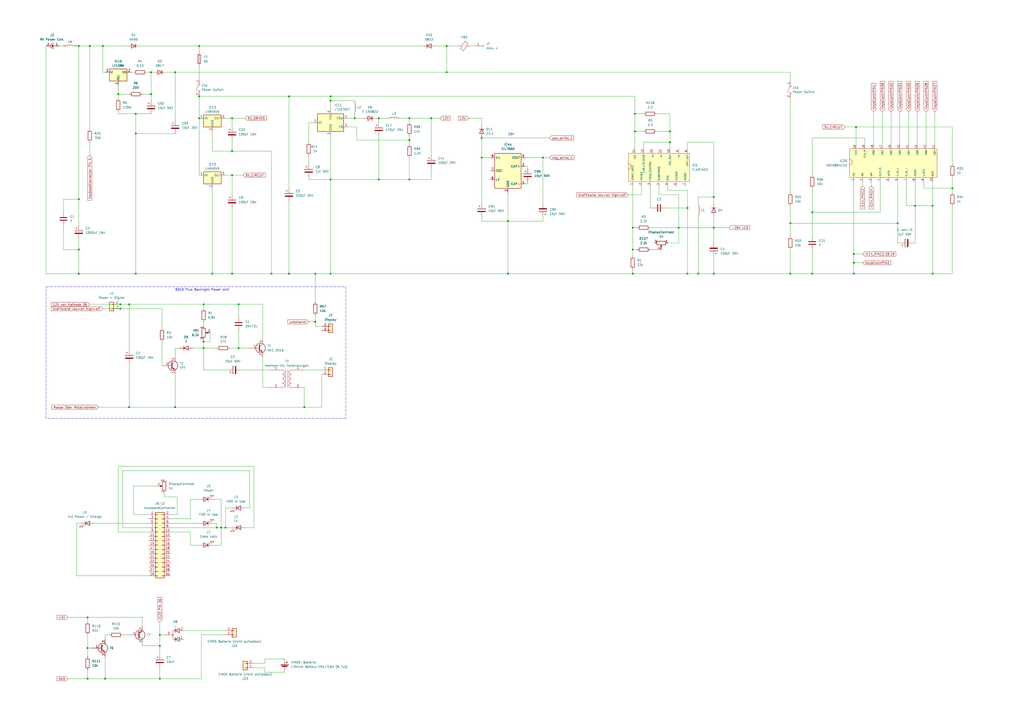
<source format=kicad_sch>
(kicad_sch (version 20250114) (generator "eeschema") (generator_version "9.0")
  (paper "A2")
  (lib_symbols
    (symbol "Connector:Conn_01x01_Female" (pin_names (offset 1.016) (hide yes))
      (property "Reference" "J" (at 0 2.54 0))
      (property "Value" "Conn_01x01_Female" (at 0 -2.54 0))
      (symbol "Conn_01x01_Female_1_1"
        (pin passive line (at -5.08 0 0) (length 3.81) (name "Pin_1") (number "1"))
      )
    )
    (symbol "Connector:Conn_Coaxial_Power" (pin_names (offset 1.016) (hide yes))
      (property "Reference" "J" (at -5.08 -1.27 90))
      (property "Value" "Conn_Coaxial_Power" (at -3.175 -1.27 90))
      (symbol "Conn_Coaxial_Power_1_1"
        (pin passive line (at 0 2.54 270) (length 2.54) (name "In") (number "1"))
        (pin passive line (at 0 -5.08 90) (length 2.54) (name "Ext") (number "2"))
      )
    )
    (symbol "Connector_Generic:Conn_01x02" (pin_names (offset 1.016) (hide yes))
      (property "Reference" "J" (at 0 2.54 0))
      (property "Value" "Conn_01x02" (at 0 -5.08 0))
      (symbol "Conn_01x02_1_1"
        (pin passive line (at -5.08 0 0) (length 3.81) (name "Pin_1") (number "1"))
        (pin passive line (at -5.08 -2.54 0) (length 3.81) (name "Pin_2") (number "2"))
      )
    )
    (symbol "Connector_Generic:Conn_02x15_Odd_Even" (pin_names (offset 1.016) (hide yes))
      (property "Reference" "J" (at 1.27 20.32 0))
      (property "Value" "Conn_02x15_Odd_Even" (at 1.27 -20.32 0))
      (symbol "Conn_02x15_Odd_Even_1_1"
        (pin passive line (at -5.08 17.78 0) (length 3.81) (name "Pin_1") (number "1"))
        (pin passive line (at -5.08 15.24 0) (length 3.81) (name "Pin_3") (number "3"))
        (pin passive line (at -5.08 12.7 0) (length 3.81) (name "Pin_5") (number "5"))
        (pin passive line (at -5.08 10.16 0) (length 3.81) (name "Pin_7") (number "7"))
        (pin passive line (at -5.08 7.62 0) (length 3.81) (name "Pin_9") (number "9"))
        (pin passive line (at -5.08 5.08 0) (length 3.81) (name "Pin_11") (number "11"))
        (pin passive line (at -5.08 2.54 0) (length 3.81) (name "Pin_13") (number "13"))
        (pin passive line (at -5.08 0 0) (length 3.81) (name "Pin_15") (number "15"))
        (pin passive line (at -5.08 -2.54 0) (length 3.81) (name "Pin_17") (number "17"))
        (pin passive line (at -5.08 -5.08 0) (length 3.81) (name "Pin_19") (number "19"))
        (pin passive line (at -5.08 -7.62 0) (length 3.81) (name "Pin_21") (number "21"))
        (pin passive line (at -5.08 -10.16 0) (length 3.81) (name "Pin_23") (number "23"))
        (pin passive line (at -5.08 -12.7 0) (length 3.81) (name "Pin_25") (number "25"))
        (pin passive line (at -5.08 -15.24 0) (length 3.81) (name "Pin_27") (number "27"))
        (pin passive line (at -5.08 -17.78 0) (length 3.81) (name "Pin_29") (number "29"))
        (pin passive line (at 7.62 17.78 180) (length 3.81) (name "Pin_2") (number "2"))
        (pin passive line (at 7.62 15.24 180) (length 3.81) (name "Pin_4") (number "4"))
        (pin passive line (at 7.62 12.7 180) (length 3.81) (name "Pin_6") (number "6"))
        (pin passive line (at 7.62 10.16 180) (length 3.81) (name "Pin_8") (number "8"))
        (pin passive line (at 7.62 7.62 180) (length 3.81) (name "Pin_10") (number "10"))
        (pin passive line (at 7.62 5.08 180) (length 3.81) (name "Pin_12") (number "12"))
        (pin passive line (at 7.62 2.54 180) (length 3.81) (name "Pin_14") (number "14"))
        (pin passive line (at 7.62 0 180) (length 3.81) (name "Pin_16") (number "16"))
        (pin passive line (at 7.62 -2.54 180) (length 3.81) (name "Pin_18") (number "18"))
        (pin passive line (at 7.62 -5.08 180) (length 3.81) (name "Pin_20") (number "20"))
        (pin passive line (at 7.62 -7.62 180) (length 3.81) (name "Pin_22") (number "22"))
        (pin passive line (at 7.62 -10.16 180) (length 3.81) (name "Pin_24") (number "24"))
        (pin passive line (at 7.62 -12.7 180) (length 3.81) (name "Pin_26") (number "26"))
        (pin passive line (at 7.62 -15.24 180) (length 3.81) (name "Pin_28") (number "28"))
        (pin passive line (at 7.62 -17.78 180) (length 3.81) (name "Pin_30") (number "30"))
      )
    )
    (symbol "Device:Battery_Cell" (pin_numbers (hide yes)) (pin_names (offset 0) (hide yes))
      (property "Reference" "BT" (at 2.54 2.54 0))
      (property "Value" "Battery_Cell" (at 2.54 0 0))
      (symbol "Battery_Cell_1_1"
        (pin passive line (at 0 5.08 270) (length 2.54) (name "+") (number "1"))
        (pin passive line (at 0 -2.54 90) (length 2.54) (name "-") (number "2"))
      )
    )
    (symbol "Device:C" (pin_numbers (hide yes)) (pin_names (offset 0.254))
      (property "Reference" "C" (at 0.635 2.54 0))
      (property "Value" "C" (at 0.635 -2.54 0))
      (symbol "C_1_1"
        (pin passive line (at 0 3.81 270) (length 2.794) (name "~") (number "1"))
        (pin passive line (at 0 -3.81 90) (length 2.794) (name "~") (number "2"))
      )
    )
    (symbol "Device:C_Polarized" (pin_numbers (hide yes)) (pin_names (offset 0.254))
      (property "Reference" "C" (at 0.635 2.54 0))
      (property "Value" "C_Polarized" (at 0.635 -2.54 0))
      (symbol "C_Polarized_1_1"
        (pin passive line (at 0 3.81 270) (length 2.794) (name "~") (number "1"))
        (pin passive line (at 0 -3.81 90) (length 2.794) (name "~") (number "2"))
      )
    )
    (symbol "Device:D" (pin_numbers (hide yes)) (pin_names (offset 1.016) (hide yes))
      (property "Reference" "D" (at 0 2.54 0))
      (property "Value" "D" (at 0 -2.54 0))
      (symbol "D_1_1"
        (pin passive line (at -3.81 0 0) (length 2.54) (name "K") (number "1"))
        (pin passive line (at 3.81 0 180) (length 2.54) (name "A") (number "2"))
      )
    )
    (symbol "Device:D_Dual_CommonCathode_AAK_Parallel" (pin_names (offset 0.762) (hide yes))
      (property "Reference" "D" (at 0 5.08 0))
      (property "Value" "D_Dual_CommonCathode_AAK_Parallel" (at 0 -5.08 0))
      (symbol "D_Dual_CommonCathode_AAK_Parallel_0_1"
        (pin passive line (at -5.08 2.54 0) (length 2.54) (name "K") (number "1"))
        (pin passive line (at -5.08 -2.54 0) (length 2.54) (name "K") (number "2"))
        (pin passive line (at 5.08 0 180) (length 2.54) (name "A") (number "3"))
      )
    )
    (symbol "Device:D_Zener" (pin_numbers (hide yes)) (pin_names (offset 1.016) (hide yes))
      (property "Reference" "D" (at 0 2.54 0))
      (property "Value" "D_Zener" (at 0 -2.54 0))
      (symbol "D_Zener_1_1"
        (pin passive line (at -3.81 0 0) (length 2.54) (name "K") (number "1"))
        (pin passive line (at 3.81 0 180) (length 2.54) (name "A") (number "2"))
      )
    )
    (symbol "Device:FerriteBead" (pin_numbers (hide yes)) (pin_names (offset 0))
      (property "Reference" "FB" (at -3.81 0.635 90))
      (property "Value" "FerriteBead" (at 3.81 0 90))
      (symbol "FerriteBead_1_1"
        (pin passive line (at 0 3.81 270) (length 2.54) (name "~") (number "1"))
        (pin passive line (at 0 -3.81 90) (length 2.54) (name "~") (number "2"))
      )
    )
    (symbol "Device:Fuse" (pin_numbers (hide yes)) (pin_names (offset 0))
      (property "Reference" "F" (at 2.032 0 90))
      (property "Value" "Fuse" (at -1.905 0 90))
      (symbol "Fuse_1_1"
        (pin passive line (at 0 3.81 270) (length 1.27) (name "~") (number "1"))
        (pin passive line (at 0 -3.81 90) (length 1.27) (name "~") (number "2"))
      )
    )
    (symbol "Device:L" (pin_numbers (hide yes)) (pin_names (offset 1.016) (hide yes))
      (property "Reference" "L" (at -1.27 0 90))
      (property "Value" "L" (at 1.905 0 90))
      (symbol "L_1_1"
        (pin passive line (at 0 3.81 270) (length 1.27) (name "1") (number "1"))
        (pin passive line (at 0 -3.81 90) (length 1.27) (name "2") (number "2"))
      )
    )
    (symbol "Device:LED" (pin_numbers (hide yes)) (pin_names (offset 1.016) (hide yes))
      (property "Reference" "D" (at 0 2.54 0))
      (property "Value" "LED" (at 0 -2.54 0))
      (symbol "LED_1_1"
        (pin passive line (at -3.81 0 0) (length 2.54) (name "K") (number "1"))
        (pin passive line (at 3.81 0 180) (length 2.54) (name "A") (number "2"))
      )
    )
    (symbol "Device:R" (pin_numbers (hide yes)) (pin_names (offset 0))
      (property "Reference" "R" (at 2.032 0 90))
      (property "Value" "R" (at 0 0 90))
      (symbol "R_1_1"
        (pin passive line (at 0 3.81 270) (length 1.27) (name "~") (number "1"))
        (pin passive line (at 0 -3.81 90) (length 1.27) (name "~") (number "2"))
      )
    )
    (symbol "Device:R_Potentiometer" (pin_names (offset 1.016) (hide yes))
      (property "Reference" "RV" (at -4.445 0 90))
      (property "Value" "R_Potentiometer" (at -2.54 0 90))
      (symbol "R_Potentiometer_1_1"
        (pin passive line (at 0 3.81 270) (length 1.27) (name "1") (number "1"))
        (pin passive line (at 0 -3.81 90) (length 1.27) (name "3") (number "3"))
        (pin passive line (at 3.81 0 180) (length 1.27) (name "2") (number "2"))
      )
    )
    (symbol "Device:Transformer_1P_1S" (pin_names (offset 1.016) (hide yes))
      (property "Reference" "T" (at 0 6.35 0))
      (property "Value" "Transformer_1P_1S" (at 0 -7.62 0))
      (symbol "Transformer_1P_1S_1_1"
        (pin passive line (at -10.16 5.08 0) (length 7.62) (name "AA") (number "1"))
        (pin passive line (at -10.16 -5.08 0) (length 7.62) (name "AB") (number "2"))
        (pin passive line (at 10.16 5.08 180) (length 7.62) (name "SB") (number "4"))
        (pin passive line (at 10.16 -5.08 180) (length 7.62) (name "SA") (number "3"))
      )
    )
    (symbol "Regulator_Linear:L7805" (pin_names (offset 0.254))
      (property "Reference" "U" (at -3.81 3.175 0))
      (property "Value" "L7805" (at 0 3.175 0))
      (symbol "L7805_1_1"
        (pin power_in line (at -7.62 0 0) (length 2.54) (name "IN") (number "1"))
        (pin power_in line (at 0 -7.62 90) (length 2.54) (name "GND") (number "2"))
        (pin power_out line (at 7.62 0 180) (length 2.54) (name "OUT") (number "3"))
      )
    )
    (symbol "Regulator_Linear:LT1086-ADJ" (pin_names (offset 0.254))
      (property "Reference" "U" (at -3.81 3.175 0))
      (property "Value" "LT1086-ADJ" (at 0 3.175 0))
      (symbol "LT1086-ADJ_1_1"
        (pin power_in line (at -7.62 0 0) (length 2.54) (name "VI") (number "3"))
        (pin input line (at 0 -7.62 90) (length 2.54) (name "ADJ") (number "1"))
        (pin power_out line (at 7.62 0 180) (length 2.54) (name "VO") (number "2"))
      )
    )
    (symbol "Regulator_SwitchedCapacitor:ICL7660"
      (property "Reference" "U" (at -6.35 11.43 0))
      (property "Value" "ICL7660" (at 3.81 11.43 0))
      (symbol "ICL7660_1_1"
        (pin power_in line (at -10.16 7.62 0) (length 2.54) (name "V+") (number "8"))
        (pin input line (at -10.16 0 0) (length 2.54) (name "OSC") (number "7"))
        (pin input line (at -10.16 -5.08 0) (length 2.54) (name "LV") (number "6"))
        (pin no_connect line (at -7.62 5.08 0) (length 2.54) (hide yes) (name "NC") (number "1"))
        (pin power_in line (at 0 -12.7 90) (length 2.54) (name "GND") (number "3"))
        (pin power_out line (at 10.16 7.62 180) (length 2.54) (name "VOUT") (number "5"))
        (pin input line (at 10.16 2.54 180) (length 2.54) (name "CAP+") (number "2"))
        (pin input line (at 10.16 -7.62 180) (length 2.54) (name "CAP-") (number "4"))
      )
    )
    (symbol "Regulator_Switching:LT1070CT" (pin_names (offset 0.254))
      (property "Reference" "U" (at -6.35 6.35 0))
      (property "Value" "LT1070CT" (at 1.27 6.35 0))
      (symbol "LT1070CT_1_1"
        (pin input line (at -10.16 0 0) (length 2.54) (name "VC") (number "1"))
        (pin power_in line (at 0 7.62 270) (length 2.54) (name "VIN") (number "5"))
        (pin power_in line (at 0 -7.62 90) (length 2.54) (name "GND") (number "3"))
        (pin output line (at 10.16 2.54 180) (length 2.54) (name "VSW") (number "4"))
        (pin output line (at 10.16 -2.54 180) (length 2.54) (name "FB") (number "2"))
      )
    )
    (symbol "Switch:SW_SPST" (pin_names (offset 0) (hide yes))
      (property "Reference" "SW" (at 0 3.175 0))
      (property "Value" "SW_SPST" (at 0 -2.54 0))
      (symbol "SW_SPST_1_1"
        (pin passive line (at -5.08 0 0) (length 2.54) (name "A") (number "1"))
        (pin passive line (at 5.08 0 180) (length 2.54) (name "B") (number "2"))
      )
    )
    (symbol "Transistor_BJT:2N2219" (pin_names (offset 0) (hide yes))
      (property "Reference" "Q" (at 5.08 1.905 0))
      (property "Value" "2N2219" (at 5.08 0 0))
      (symbol "2N2219_1_1"
        (pin passive line (at -5.08 0 0) (length 5.715) (name "B") (number "2"))
        (pin passive line (at 2.54 5.08 270) (length 2.54) (name "C") (number "3"))
        (pin passive line (at 2.54 -5.08 90) (length 2.54) (name "E") (number "1"))
      )
    )
    (symbol "Transistor_BJT:2N3055" (pin_names (offset 0) (hide yes))
      (property "Reference" "Q" (at 5.08 1.905 0))
      (property "Value" "2N3055" (at 5.08 0 0))
      (symbol "2N3055_1_1"
        (pin input line (at -5.08 0 0) (length 5.715) (name "B") (number "1"))
        (pin passive line (at 2.54 5.08 270) (length 2.54) (name "C") (number "3"))
        (pin passive line (at 2.54 -5.08 90) (length 2.54) (name "E") (number "2"))
      )
    )
    (symbol "Transistor_BJT:2SC4213" (pin_names (offset 0) (hide yes))
      (property "Reference" "Q" (at 5.08 1.905 0))
      (property "Value" "2SC4213" (at 5.08 0 0))
      (symbol "2SC4213_1_1"
        (pin input line (at -5.08 0 0) (length 5.715) (name "B") (number "1"))
        (pin passive line (at 2.54 5.08 270) (length 2.54) (name "C") (number "3"))
        (pin passive line (at 2.54 -5.08 90) (length 2.54) (name "E") (number "2"))
      )
    )
    (symbol "Transistor_BJT:BC807" (pin_names (offset 0) (hide yes))
      (property "Reference" "Q" (at 5.08 1.905 0))
      (property "Value" "BC807" (at 5.08 0 0))
      (symbol "BC807_1_1"
        (pin input line (at -5.08 0 0) (length 5.715) (name "B") (number "1"))
        (pin passive line (at 2.54 5.08 270) (length 2.54) (name "C") (number "3"))
        (pin passive line (at 2.54 -5.08 90) (length 2.54) (name "E") (number "2"))
      )
    )
    (symbol "Zusatz01:ADC0804LCN"
      (property "Reference" "U" (at -22.86 0 0))
      (property "Value" "ADC0804LCN" (at 7.62 -1.27 0))
      (symbol "ADC0804LCN_1_1"
        (pin input line (at -15.24 -11.43 90) (length 2.54) (name "CS") (number "1"))
        (pin input line (at -13.97 10.16 270) (length 2.54) (name "VCC") (number "20"))
        (pin input line (at -10.16 -11.43 90) (length 2.54) (name "RD") (number "2"))
        (pin input line (at -8.89 10.16 270) (length 2.54) (name "CLK_R") (number "19"))
        (pin input line (at -5.08 -11.43 90) (length 2.54) (name "WR") (number "3"))
        (pin output line (at -3.81 10.16 270) (length 2.54) (name "DB0") (number "18"))
        (pin input line (at 0 -11.43 90) (length 2.54) (name "CLK_IN") (number "4"))
        (pin output line (at 1.27 10.16 270) (length 2.54) (name "DB1") (number "17"))
        (pin output line (at 5.08 -11.43 90) (length 2.54) (name "INTR") (number "5"))
        (pin output line (at 6.35 10.16 270) (length 2.54) (name "DB2") (number "16"))
        (pin input line (at 10.16 -11.43 90) (length 2.54) (name "V_IN_+") (number "6"))
        (pin output line (at 11.43 10.16 270) (length 2.54) (name "DB3") (number "15"))
        (pin input line (at 15.24 -11.43 90) (length 2.54) (name "V_IN_-") (number "7"))
        (pin output line (at 16.51 10.16 270) (length 2.54) (name "DB4") (number "14"))
        (pin input line (at 20.32 -11.43 90) (length 2.54) (name "AGND") (number "8"))
        (pin output line (at 21.59 10.16 270) (length 2.54) (name "DB5") (number "13"))
        (pin input line (at 25.4 -11.43 90) (length 2.54) (name "V_REF") (number "9"))
        (pin output line (at 26.67 10.16 270) (length 2.54) (name "DB6") (number "12"))
        (pin input line (at 30.48 -11.43 90) (length 2.54) (name "GND") (number "10"))
        (pin output line (at 31.75 10.16 270) (length 2.54) (name "DB7") (number "11"))
      )
    )
    (symbol "Zusatz01:TL497ACN"
      (property "Reference" "IC5" (at 19.05 0.6351 0))
      (property "Value" "TL497ACN" (at 19.05 -1.9049 0))
      (symbol "TL497ACN_1_1"
        (pin input line (at -15.24 -11.43 90) (length 2.54) (name "COMP_INPUT") (number "1"))
        (pin output line (at -13.97 10.16 270) (length 2.54) (name "VCC") (number "14"))
        (pin output line (at -10.16 -11.43 90) (length 2.54) (name "INHIBIT") (number "2"))
        (pin input line (at -8.89 10.16 270) (length 2.54) (name "CUR_LIM_SENS") (number "13"))
        (pin output line (at -5.08 -11.43 90) (length 2.54) (name "FREQ_CONTROL") (number "3"))
        (pin output line (at -3.81 10.16 270) (length 2.54) (name "nc") (number "12"))
        (pin output line (at 0 -11.43 90) (length 2.54) (name "SUBSTRADE") (number "4"))
        (pin output line (at 1.27 10.16 270) (length 2.54) (name "nc") (number "11"))
        (pin output line (at 5.08 -11.43 90) (length 2.54) (name "GND") (number "5"))
        (pin output line (at 6.35 10.16 270) (length 2.54) (name "COL_OUT") (number "10"))
        (pin output line (at 10.16 -11.43 90) (length 2.54) (name "CATODE") (number "6"))
        (pin output line (at 11.43 10.16 270) (length 2.54) (name "nc") (number "9"))
        (pin output line (at 15.24 -11.43 90) (length 2.54) (name "ANODE") (number "7"))
        (pin output line (at 16.51 10.16 270) (length 2.54) (name "EMIT_OUT") (number "8"))
      )
    )
  )
  (text "10V" (at 294.64 78.74 0) (effects (font (size 1.27 1.27)) (justify left bottom)))
  (text "B310 Plus Backlight Power Unit" (at 101.6 168.91 0) (effects (font (size 1.27 1.27)) (justify left bottom)))
  (junction (at 50.8 393.7))
  (junction (at 134.62 68.58))
  (junction (at 45.72 158.75))
  (junction (at 237.49 104.14))
  (junction (at 495.3 152.4))
  (junction (at 458.47 129.54))
  (junction (at 157.48 158.75))
  (junction (at 219.71 104.14))
  (junction (at 314.96 91.44))
  (junction (at 60.96 393.7))
  (junction (at 414.02 114.3))
  (junction (at 134.62 158.75))
  (junction (at 182.88 158.75))
  (junction (at 92.71 368.3))
  (junction (at 520.7 129.54))
  (junction (at 182.88 186.69))
  (junction (at 50.8 358.14))
  (junction (at 92.71 393.7))
  (junction (at 414.02 132.08))
  (junction (at 50.8 375.92))
  (junction (at 125.73 306.07))
  (junction (at 367.03 132.08))
  (junction (at 115.57 55.88))
  (junction (at 388.62 82.55))
  (junction (at 118.11 176.53))
  (junction (at 398.78 120.65))
  (junction (at 123.19 158.75))
  (junction (at 92.71 374.65))
  (junction (at 530.86 119.38))
  (junction (at 134.62 101.6))
  (junction (at 45.72 144.78))
  (junction (at 495.3 147.32))
  (junction (at 69.85 176.53))
  (junction (at 279.4 80.01))
  (junction (at 388.62 76.2))
  (junction (at 393.7 132.08))
  (junction (at 237.49 81.28))
  (junction (at 279.4 91.44))
  (junction (at 398.78 158.75))
  (junction (at 458.47 158.75))
  (junction (at 259.08 26.67))
  (junction (at 191.77 55.88))
  (junction (at 138.43 201.93))
  (junction (at 101.6 41.91))
  (junction (at 176.53 236.22))
  (junction (at 115.57 26.67))
  (junction (at 294.64 128.27))
  (junction (at 237.49 68.58))
  (junction (at 368.3 76.2))
  (junction (at 219.71 68.58))
  (junction (at 45.72 115.57))
  (junction (at 78.74 66.04))
  (junction (at 414.02 158.75))
  (junction (at 259.08 41.91))
  (junction (at 74.93 236.22))
  (junction (at 45.72 26.67))
  (junction (at 52.07 26.67))
  (junction (at 101.6 236.22))
  (junction (at 134.62 87.63))
  (junction (at 552.45 109.22))
  (junction (at 405.13 158.75))
  (junction (at 87.63 54.61))
  (junction (at 471.17 158.75))
  (junction (at 250.19 68.58))
  (junction (at 78.74 77.47))
  (junction (at 541.02 158.75))
  (junction (at 471.17 123.19))
  (junction (at 130.81 306.07))
  (junction (at 496.57 73.66))
  (junction (at 78.74 158.75))
  (junction (at 541.02 119.38))
  (junction (at 191.77 158.75))
  (junction (at 74.93 176.53))
  (junction (at 115.57 68.58))
  (junction (at 118.11 201.93))
  (junction (at 128.27 306.07))
  (junction (at 367.03 158.75))
  (junction (at 205.74 68.58))
  (junction (at 191.77 58.42))
  (junction (at 167.64 55.88))
  (junction (at 138.43 176.53))
  (junction (at 69.85 179.07))
  (junction (at 167.64 158.75))
  (junction (at 87.63 41.91))
  (junction (at 368.3 66.04))
  (junction (at 68.58 54.61))
  (junction (at 367.03 144.78))
  (junction (at 294.64 158.75))
  (junction (at 118.11 198.12))
  (junction (at 191.77 104.14))
  (junction (at 59.69 26.67))
  (junction (at 495.3 158.75))
  (wire (pts (xy 147.32 384.81) (xy 153.67 384.81)))
  (wire (pts (xy 304.8 91.44) (xy 314.96 91.44)))
  (wire (pts (xy 144.78 273.05) (xy 144.78 294.64)))
  (wire (pts (xy 387.35 107.95) (xy 387.35 110.49)))
  (wire (pts (xy 405.13 118.11) (xy 405.13 114.3)))
  (wire (pts (xy 147.32 270.51) (xy 68.58 270.51)))
  (wire (pts (xy 92.71 368.3) (xy 92.71 374.65)))
  (wire (pts (xy 123.19 109.22) (xy 123.19 158.75)))
  (wire (pts (xy 116.84 393.7) (xy 116.84 368.3)))
  (wire (pts (xy 130.81 294.64) (xy 130.81 306.07)))
  (wire (pts (xy 110.49 308.61) (xy 110.49 316.23)))
  (wire (pts (xy 167.64 116.84) (xy 167.64 158.75)))
  (wire (pts (xy 237.49 81.28) (xy 237.49 83.82)))
  (wire (pts (xy 377.19 120.65) (xy 378.46 120.65)))
  (wire (pts (xy 68.58 270.51) (xy 68.58 308.61)))
  (wire (pts (xy 93.98 190.5) (xy 93.98 179.07)))
  (wire (pts (xy 552.45 73.66) (xy 496.57 73.66)))
  (wire (pts (xy 387.35 110.49) (xy 398.78 110.49)))
  (wire (pts (xy 68.58 49.53) (xy 68.58 54.61)))
  (wire (pts (xy 532.13 64.77) (xy 532.13 83.82)))
  (wire (pts (xy 201.93 68.58) (xy 205.74 68.58)))
  (wire (pts (xy 123.19 316.23) (xy 128.27 316.23)))
  (wire (pts (xy 535.94 109.22) (xy 535.94 105.41)))
  (wire (pts (xy 237.49 81.28) (xy 207.01 81.28)))
  (wire (pts (xy 142.24 294.64) (xy 144.78 294.64)))
  (wire (pts (xy 205.74 66.04) (xy 205.74 68.58)))
  (wire (pts (xy 104.14 201.93) (xy 101.6 201.93)))
  (wire (pts (xy 115.57 26.67) (xy 115.57 30.48)))
  (wire (pts (xy 138.43 176.53) (xy 152.4 176.53)))
  (wire (pts (xy 458.47 129.54) (xy 458.47 137.16)))
  (wire (pts (xy 86.36 334.01) (xy 44.45 334.01)))
  (wire (pts (xy 279.4 91.44) (xy 279.4 118.11)))
  (wire (pts (xy 505.46 105.41) (xy 505.46 107.95)))
  (wire (pts (xy 99.06 298.45) (xy 102.87 298.45)))
  (wire (pts (xy 279.4 68.58) (xy 279.4 72.39)))
  (wire (pts (xy 304.8 106.68) (xy 306.07 106.68)))
  (wire (pts (xy 373.38 76.2) (xy 368.3 76.2)))
  (wire (pts (xy 123.19 87.63) (xy 123.19 76.2)))
  (wire (pts (xy 92.71 374.65) (xy 92.71 379.73)))
  (wire (pts (xy 115.57 55.88) (xy 115.57 68.58)))
  (wire (pts (xy 142.24 68.58) (xy 134.62 68.58)))
  (wire (pts (xy 87.63 54.61) (xy 87.63 58.42)))
  (wire (pts (xy 250.19 68.58) (xy 255.27 68.58)))
  (wire (pts (xy 386.08 120.65) (xy 398.78 120.65)))
  (wire (pts (xy 130.81 306.07) (xy 134.62 306.07)))
  (wire (pts (xy 314.96 125.73) (xy 314.96 128.27)))
  (wire (pts (xy 414.02 114.3) (xy 414.02 82.55)))
  (wire (pts (xy 123.19 87.63) (xy 134.62 87.63)))
  (wire (pts (xy 45.72 144.78) (xy 45.72 158.75)))
  (wire (pts (xy 520.7 129.54) (xy 520.7 140.97)))
  (wire (pts (xy 152.4 207.01) (xy 152.4 224.79)))
  (wire (pts (xy 52.07 82.55) (xy 52.07 90.17)))
  (wire (pts (xy 69.85 176.53) (xy 74.93 176.53)))
  (wire (pts (xy 45.72 26.67) (xy 52.07 26.67)))
  (wire (pts (xy 102.87 288.29) (xy 95.25 288.29)))
  (wire (pts (xy 388.62 76.2) (xy 388.62 82.55)))
  (wire (pts (xy 191.77 78.74) (xy 191.77 104.14)))
  (wire (pts (xy 458.47 158.75) (xy 471.17 158.75)))
  (wire (pts (xy 530.86 105.41) (xy 530.86 119.38)))
  (wire (pts (xy 78.74 158.75) (xy 123.19 158.75)))
  (wire (pts (xy 542.29 64.77) (xy 542.29 83.82)))
  (wire (pts (xy 529.59 140.97) (xy 530.86 140.97)))
  (wire (pts (xy 393.7 113.03) (xy 393.7 132.08)))
  (wire (pts (xy 118.11 196.85) (xy 118.11 198.12)))
  (wire (pts (xy 132.08 214.63) (xy 118.11 214.63)))
  (wire (pts (xy 125.73 303.53) (xy 125.73 306.07)))
  (wire (pts (xy 115.57 38.1) (xy 115.57 45.72)))
  (wire (pts (xy 26.67 26.67) (xy 26.67 158.75)))
  (wire (pts (xy 60.96 393.7) (xy 92.71 393.7)))
  (polyline (pts (xy 200.66 166.37) (xy 200.66 242.57)) (stroke (width 0) (type dash)))
  (wire (pts (xy 367.03 158.75) (xy 398.78 158.75)))
  (wire (pts (xy 87.63 41.91) (xy 85.09 41.91)))
  (wire (pts (xy 381 76.2) (xy 388.62 76.2)))
  (wire (pts (xy 134.62 120.65) (xy 134.62 158.75)))
  (wire (pts (xy 50.8 393.7) (xy 60.96 393.7)))
  (wire (pts (xy 52.07 26.67) (xy 59.69 26.67)))
  (wire (pts (xy 36.83 144.78) (xy 45.72 144.78)))
  (wire (pts (xy 59.69 26.67) (xy 73.66 26.67)))
  (wire (pts (xy 458.47 129.54) (xy 520.7 129.54)))
  (wire (pts (xy 219.71 68.58) (xy 219.71 71.12)))
  (wire (pts (xy 176.53 214.63) (xy 186.69 214.63)))
  (wire (pts (xy 367.03 107.95) (xy 367.03 132.08)))
  (wire (pts (xy 74.93 176.53) (xy 118.11 176.53)))
  (wire (pts (xy 367.03 144.78) (xy 367.03 148.59)))
  (wire (pts (xy 393.7 140.97) (xy 393.7 132.08)))
  (wire (pts (xy 118.11 201.93) (xy 125.73 201.93)))
  (wire (pts (xy 128.27 289.56) (xy 128.27 306.07)))
  (wire (pts (xy 74.93 176.53) (xy 74.93 203.2)))
  (wire (pts (xy 414.02 132.08) (xy 414.02 140.97)))
  (wire (pts (xy 134.62 101.6) (xy 134.62 113.03)))
  (wire (pts (xy 78.74 66.04) (xy 87.63 66.04)))
  (wire (pts (xy 60.96 41.91) (xy 59.69 41.91)))
  (wire (pts (xy 367.03 132.08) (xy 369.57 132.08)))
  (wire (pts (xy 458.47 144.78) (xy 458.47 158.75)))
  (wire (pts (xy 93.98 198.12) (xy 93.98 212.09)))
  (wire (pts (xy 99.06 300.99) (xy 110.49 300.99)))
  (wire (pts (xy 34.29 26.67) (xy 36.83 26.67)))
  (wire (pts (xy 57.15 236.22) (xy 74.93 236.22)))
  (wire (pts (xy 176.53 224.79) (xy 176.53 236.22)))
  (wire (pts (xy 77.47 298.45) (xy 86.36 298.45)))
  (wire (pts (xy 537.21 64.77) (xy 537.21 83.82)))
  (wire (pts (xy 167.64 158.75) (xy 182.88 158.75)))
  (wire (pts (xy 36.83 115.57) (xy 45.72 115.57)))
  (wire (pts (xy 45.72 138.43) (xy 45.72 144.78)))
  (wire (pts (xy 219.71 68.58) (xy 224.79 68.58)))
  (wire (pts (xy 96.52 41.91) (xy 101.6 41.91)))
  (wire (pts (xy 398.78 120.65) (xy 398.78 158.75)))
  (wire (pts (xy 191.77 55.88) (xy 368.3 55.88)))
  (wire (pts (xy 405.13 125.73) (xy 405.13 158.75)))
  (wire (pts (xy 495.3 147.32) (xy 500.38 147.32)))
  (wire (pts (xy 471.17 109.22) (xy 471.17 123.19)))
  (wire (pts (xy 306.07 106.68) (xy 306.07 105.41)))
  (wire (pts (xy 294.64 111.76) (xy 294.64 128.27)))
  (wire (pts (xy 101.6 236.22) (xy 176.53 236.22)))
  (wire (pts (xy 367.03 144.78) (xy 369.57 144.78)))
  (wire (pts (xy 68.58 54.61) (xy 74.93 54.61)))
  (wire (pts (xy 530.86 119.38) (xy 541.02 119.38)))
  (wire (pts (xy 71.12 273.05) (xy 144.78 273.05)))
  (wire (pts (xy 99.06 308.61) (xy 110.49 308.61)))
  (wire (pts (xy 218.44 68.58) (xy 219.71 68.58)))
  (wire (pts (xy 495.3 158.75) (xy 541.02 158.75)))
  (wire (pts (xy 388.62 66.04) (xy 388.62 76.2)))
  (wire (pts (xy 138.43 201.93) (xy 144.78 201.93)))
  (wire (pts (xy 118.11 214.63) (xy 118.11 201.93)))
  (wire (pts (xy 45.72 115.57) (xy 45.72 130.81)))
  (wire (pts (xy 541.02 119.38) (xy 541.02 158.75)))
  (wire (pts (xy 186.69 236.22) (xy 176.53 236.22)))
  (wire (pts (xy 495.3 152.4) (xy 500.38 152.4)))
  (wire (pts (xy 59.69 41.91) (xy 59.69 26.67)))
  (wire (pts (xy 398.78 110.49) (xy 398.78 120.65)))
  (wire (pts (xy 294.64 128.27) (xy 294.64 158.75)))
  (wire (pts (xy 191.77 104.14) (xy 191.77 158.75)))
  (wire (pts (xy 521.97 64.77) (xy 521.97 83.82)))
  (wire (pts (xy 179.07 71.12) (xy 179.07 82.55)))
  (wire (pts (xy 125.73 306.07) (xy 128.27 306.07)))
  (wire (pts (xy 39.37 393.7) (xy 50.8 393.7)))
  (wire (pts (xy 279.4 80.01) (xy 279.4 91.44)))
  (wire (pts (xy 76.2 41.91) (xy 77.47 41.91)))
  (wire (pts (xy 511.81 64.77) (xy 511.81 83.82)))
  (wire (pts (xy 110.49 289.56) (xy 115.57 289.56)))
  (wire (pts (xy 147.32 387.35) (xy 153.67 387.35)))
  (wire (pts (xy 500.38 105.41) (xy 500.38 107.95)))
  (wire (pts (xy 181.61 71.12) (xy 179.07 71.12)))
  (wire (pts (xy 510.54 105.41) (xy 510.54 123.19)))
  (wire (pts (xy 182.88 158.75) (xy 182.88 175.26)))
  (wire (pts (xy 157.48 87.63) (xy 157.48 158.75)))
  (wire (pts (xy 377.19 132.08) (xy 393.7 132.08)))
  (wire (pts (xy 50.8 358.14) (xy 82.55 358.14)))
  (wire (pts (xy 133.35 201.93) (xy 138.43 201.93)))
  (wire (pts (xy 368.3 66.04) (xy 368.3 76.2)))
  (wire (pts (xy 367.03 132.08) (xy 367.03 144.78)))
  (wire (pts (xy 26.67 158.75) (xy 45.72 158.75)))
  (wire (pts (xy 414.02 82.55) (xy 398.78 82.55)))
  (wire (pts (xy 50.8 368.3) (xy 50.8 375.92)))
  (wire (pts (xy 147.32 306.07) (xy 142.24 306.07)))
  (wire (pts (xy 101.6 41.91) (xy 259.08 41.91)))
  (wire (pts (xy 496.57 73.66) (xy 496.57 83.82)))
  (wire (pts (xy 68.58 64.77) (xy 68.58 66.04)))
  (wire (pts (xy 139.7 214.63) (xy 156.21 214.63)))
  (wire (pts (xy 157.48 158.75) (xy 167.64 158.75)))
  (wire (pts (xy 60.96 370.84) (xy 60.96 368.3)))
  (wire (pts (xy 495.3 152.4) (xy 495.3 158.75)))
  (wire (pts (xy 134.62 81.28) (xy 134.62 87.63)))
  (wire (pts (xy 152.4 224.79) (xy 156.21 224.79)))
  (wire (pts (xy 179.07 102.87) (xy 179.07 104.14)))
  (wire (pts (xy 128.27 306.07) (xy 128.27 316.23)))
  (wire (pts (xy 128.27 306.07) (xy 130.81 306.07)))
  (wire (pts (xy 179.07 104.14) (xy 191.77 104.14)))
  (wire (pts (xy 250.19 68.58) (xy 250.19 90.17)))
  (wire (pts (xy 205.74 68.58) (xy 210.82 68.58)))
  (wire (pts (xy 237.49 104.14) (xy 219.71 104.14)))
  (wire (pts (xy 182.88 182.88) (xy 182.88 186.69)))
  (wire (pts (xy 495.3 105.41) (xy 495.3 147.32)))
  (wire (pts (xy 134.62 101.6) (xy 140.97 101.6)))
  (wire (pts (xy 44.45 303.53) (xy 46.99 303.53)))
  (wire (pts (xy 259.08 41.91) (xy 259.08 26.67)))
  (wire (pts (xy 153.67 384.81) (xy 153.67 382.27)))
  (wire (pts (xy 147.32 270.51) (xy 147.32 306.07)))
  (wire (pts (xy 368.3 55.88) (xy 368.3 66.04)))
  (wire (pts (xy 525.78 119.38) (xy 530.86 119.38)))
  (wire (pts (xy 134.62 87.63) (xy 157.48 87.63)))
  (wire (pts (xy 306.07 97.79) (xy 306.07 96.52)))
  (wire (pts (xy 134.62 294.64) (xy 130.81 294.64)))
  (wire (pts (xy 398.78 158.75) (xy 405.13 158.75)))
  (polyline (pts (xy 26.67 166.37) (xy 200.66 166.37)) (stroke (width 0) (type dash)))
  (wire (pts (xy 237.49 78.74) (xy 237.49 81.28)))
  (wire (pts (xy 372.11 107.95) (xy 372.11 113.03)))
  (wire (pts (xy 271.78 68.58) (xy 279.4 68.58)))
  (wire (pts (xy 121.92 198.12) (xy 118.11 198.12)))
  (wire (pts (xy 520.7 105.41) (xy 520.7 129.54)))
  (wire (pts (xy 110.49 316.23) (xy 115.57 316.23)))
  (wire (pts (xy 167.64 55.88) (xy 167.64 109.22)))
  (wire (pts (xy 60.96 368.3) (xy 63.5 368.3)))
  (wire (pts (xy 101.6 201.93) (xy 101.6 207.01)))
  (wire (pts (xy 520.7 140.97) (xy 521.97 140.97)))
  (wire (pts (xy 182.88 186.69) (xy 182.88 189.23)))
  (wire (pts (xy 237.49 68.58) (xy 232.41 68.58)))
  (wire (pts (xy 306.07 96.52) (xy 304.8 96.52)))
  (wire (pts (xy 138.43 191.77) (xy 138.43 201.93)))
  (wire (pts (xy 45.72 158.75) (xy 78.74 158.75)))
  (wire (pts (xy 153.67 382.27) (xy 165.1 382.27)))
  (wire (pts (xy 191.77 58.42) (xy 205.74 58.42)))
  (wire (pts (xy 405.13 158.75) (xy 414.02 158.75)))
  (wire (pts (xy 471.17 158.75) (xy 495.3 158.75)))
  (wire (pts (xy 471.17 144.78) (xy 471.17 158.75)))
  (wire (pts (xy 207.01 73.66) (xy 201.93 73.66)))
  (wire (pts (xy 82.55 363.22) (xy 82.55 358.14)))
  (wire (pts (xy 219.71 78.74) (xy 219.71 104.14)))
  (wire (pts (xy 50.8 360.68) (xy 50.8 358.14)))
  (wire (pts (xy 510.54 123.19) (xy 471.17 123.19)))
  (wire (pts (xy 116.84 368.3) (xy 130.81 368.3)))
  (wire (pts (xy 59.69 179.07) (xy 69.85 179.07)))
  (wire (pts (xy 179.07 90.17) (xy 179.07 95.25)))
  (wire (pts (xy 279.4 80.01) (xy 318.77 80.01)))
  (wire (pts (xy 167.64 55.88) (xy 191.77 55.88)))
  (wire (pts (xy 50.8 375.92) (xy 50.8 381)))
  (wire (pts (xy 92.71 360.68) (xy 92.71 368.3)))
  (wire (pts (xy 367.03 156.21) (xy 367.03 158.75)))
  (wire (pts (xy 134.62 68.58) (xy 134.62 73.66)))
  (wire (pts (xy 552.45 158.75) (xy 541.02 158.75)))
  (wire (pts (xy 530.86 119.38) (xy 530.86 140.97)))
  (wire (pts (xy 52.07 26.67) (xy 52.07 74.93)))
  (wire (pts (xy 294.64 128.27) (xy 314.96 128.27)))
  (wire (pts (xy 44.45 334.01) (xy 44.45 303.53)))
  (wire (pts (xy 314.96 91.44) (xy 318.77 91.44)))
  (wire (pts (xy 279.4 91.44) (xy 284.48 91.44)))
  (wire (pts (xy 77.47 281.94) (xy 91.44 281.94)))
  (wire (pts (xy 250.19 97.79) (xy 250.19 104.14)))
  (wire (pts (xy 552.45 119.38) (xy 552.45 158.75)))
  (wire (pts (xy 111.76 201.93) (xy 118.11 201.93)))
  (wire (pts (xy 364.49 113.03) (xy 372.11 113.03)))
  (wire (pts (xy 458.47 57.15) (xy 458.47 111.76)))
  (wire (pts (xy 87.63 41.91) (xy 87.63 54.61)))
  (wire (pts (xy 405.13 114.3) (xy 414.02 114.3)))
  (wire (pts (xy 490.22 73.66) (xy 496.57 73.66)))
  (wire (pts (xy 279.4 125.73) (xy 279.4 128.27)))
  (wire (pts (xy 78.74 77.47) (xy 101.6 77.47)))
  (wire (pts (xy 92.71 387.35) (xy 92.71 393.7)))
  (wire (pts (xy 50.8 388.62) (xy 50.8 393.7)))
  (wire (pts (xy 71.12 306.07) (xy 86.36 306.07)))
  (wire (pts (xy 74.93 236.22) (xy 101.6 236.22)))
  (wire (pts (xy 118.11 186.69) (xy 118.11 189.23)))
  (wire (pts (xy 388.62 82.55) (xy 388.62 86.36)))
  (wire (pts (xy 382.27 107.95) (xy 382.27 113.03)))
  (wire (pts (xy 501.65 83.82) (xy 501.65 80.01)))
  (wire (pts (xy 78.74 66.04) (xy 78.74 77.47)))
  (wire (pts (xy 186.69 217.17) (xy 186.69 236.22)))
  (wire (pts (xy 373.38 66.04) (xy 368.3 66.04)))
  (wire (pts (xy 471.17 123.19) (xy 471.17 137.16)))
  (wire (pts (xy 458.47 46.99) (xy 458.47 41.91)))
  (wire (pts (xy 552.45 109.22) (xy 552.45 111.76)))
  (wire (pts (xy 99.06 306.07) (xy 125.73 306.07)))
  (wire (pts (xy 381 66.04) (xy 388.62 66.04)))
  (wire (pts (xy 541.02 105.41) (xy 541.02 119.38)))
  (wire (pts (xy 115.57 26.67) (xy 245.11 26.67)))
  (wire (pts (xy 96.52 368.3) (xy 92.71 368.3)))
  (wire (pts (xy 377.19 107.95) (xy 377.19 120.65)))
  (wire (pts (xy 414.02 132.08) (xy 422.91 132.08)))
  (wire (pts (xy 99.06 303.53) (xy 115.57 303.53)))
  (wire (pts (xy 68.58 54.61) (xy 68.58 57.15)))
  (wire (pts (xy 39.37 358.14) (xy 50.8 358.14)))
  (wire (pts (xy 36.83 130.81) (xy 36.83 144.78)))
  (wire (pts (xy 115.57 55.88) (xy 167.64 55.88)))
  (wire (pts (xy 414.02 118.11) (xy 414.02 114.3)))
  (wire (pts (xy 153.67 389.89) (xy 165.1 389.89)))
  (wire (pts (xy 123.19 303.53) (xy 125.73 303.53)))
  (wire (pts (xy 134.62 68.58) (xy 130.81 68.58)))
  (wire (pts (xy 506.73 64.77) (xy 506.73 83.82)))
  (wire (pts (xy 115.57 68.58) (xy 115.57 101.6)))
  (wire (pts (xy 191.77 158.75) (xy 294.64 158.75)))
  (wire (pts (xy 179.07 186.69) (xy 182.88 186.69)))
  (wire (pts (xy 552.45 102.87) (xy 552.45 109.22)))
  (wire (pts (xy 121.92 193.04) (xy 121.92 198.12)))
  (wire (pts (xy 118.11 198.12) (xy 118.11 201.93)))
  (wire (pts (xy 471.17 80.01) (xy 471.17 101.6)))
  (polyline (pts (xy 200.66 242.57) (xy 26.67 242.57)) (stroke (width 0) (type dash)))
  (wire (pts (xy 118.11 176.53) (xy 138.43 176.53)))
  (wire (pts (xy 152.4 176.53) (xy 152.4 196.85)))
  (wire (pts (xy 102.87 298.45) (xy 102.87 288.29)))
  (wire (pts (xy 294.64 158.75) (xy 367.03 158.75)))
  (wire (pts (xy 525.78 105.41) (xy 525.78 119.38)))
  (wire (pts (xy 191.77 55.88) (xy 191.77 58.42)))
  (wire (pts (xy 68.58 66.04) (xy 78.74 66.04)))
  (wire (pts (xy 74.93 210.82) (xy 74.93 236.22)))
  (polyline (pts (xy 26.67 242.57) (xy 26.67 166.37)) (stroke (width 0) (type dash)))
  (wire (pts (xy 82.55 54.61) (xy 87.63 54.61)))
  (wire (pts (xy 101.6 41.91) (xy 101.6 69.85)))
  (wire (pts (xy 78.74 77.47) (xy 78.74 158.75)))
  (wire (pts (xy 138.43 176.53) (xy 138.43 184.15)))
  (wire (pts (xy 398.78 82.55) (xy 398.78 86.36)))
  (wire (pts (xy 50.8 375.92) (xy 53.34 375.92)))
  (wire (pts (xy 414.02 148.59) (xy 414.02 158.75)))
  (wire (pts (xy 382.27 113.03) (xy 393.7 113.03)))
  (wire (pts (xy 501.65 80.01) (xy 471.17 80.01)))
  (wire (pts (xy 237.49 71.12) (xy 237.49 68.58)))
  (wire (pts (xy 95.25 288.29) (xy 95.25 285.75)))
  (wire (pts (xy 182.88 189.23) (xy 186.69 189.23)))
  (wire (pts (xy 191.77 58.42) (xy 191.77 63.5)))
  (wire (pts (xy 373.38 82.55) (xy 373.38 86.36)))
  (wire (pts (xy 130.81 101.6) (xy 134.62 101.6)))
  (wire (pts (xy 134.62 158.75) (xy 157.48 158.75)))
  (wire (pts (xy 118.11 176.53) (xy 118.11 179.07)))
  (wire (pts (xy 77.47 281.94) (xy 77.47 298.45)))
  (wire (pts (xy 516.89 64.77) (xy 516.89 83.82)))
  (wire (pts (xy 414.02 158.75) (xy 458.47 158.75)))
  (wire (pts (xy 93.98 179.07) (xy 69.85 179.07)))
  (wire (pts (xy 495.3 147.32) (xy 495.3 152.4)))
  (wire (pts (xy 252.73 26.67) (xy 259.08 26.67)))
  (wire (pts (xy 123.19 158.75) (xy 134.62 158.75)))
  (wire (pts (xy 314.96 118.11) (xy 314.96 91.44)))
  (wire (pts (xy 259.08 26.67) (xy 265.43 26.67)))
  (wire (pts (xy 71.12 368.3) (xy 74.93 368.3)))
  (wire (pts (xy 414.02 125.73) (xy 414.02 132.08)))
  (wire (pts (xy 237.49 91.44) (xy 237.49 104.14)))
  (wire (pts (xy 368.3 76.2) (xy 368.3 86.36)))
  (wire (pts (xy 123.19 289.56) (xy 128.27 289.56)))
  (wire (pts (xy 273.05 26.67) (xy 275.59 26.67)))
  (wire (pts (xy 237.49 104.14) (xy 250.19 104.14)))
  (wire (pts (xy 81.28 26.67) (xy 115.57 26.67)))
  (wire (pts (xy 153.67 387.35) (xy 153.67 389.89)))
  (wire (pts (xy 44.45 26.67) (xy 45.72 26.67)))
  (wire (pts (xy 207.01 81.28) (xy 207.01 73.66)))
  (wire (pts (xy 52.07 176.53) (xy 69.85 176.53)))
  (wire (pts (xy 552.45 73.66) (xy 552.45 95.25)))
  (wire (pts (xy 259.08 41.91) (xy 458.47 41.91)))
  (wire (pts (xy 219.71 104.14) (xy 191.77 104.14)))
  (wire (pts (xy 36.83 123.19) (xy 36.83 115.57)))
  (wire (pts (xy 279.4 128.27) (xy 294.64 128.27)))
  (wire (pts (xy 182.88 158.75) (xy 191.77 158.75)))
  (wire (pts (xy 377.19 144.78) (xy 383.54 144.78)))
  (wire (pts (xy 82.55 374.65) (xy 92.71 374.65)))
  (wire (pts (xy 106.68 365.76) (xy 130.81 365.76)))
  (wire (pts (xy 527.05 64.77) (xy 527.05 83.82)))
  (wire (pts (xy 87.63 41.91) (xy 88.9 41.91)))
  (wire (pts (xy 387.35 140.97) (xy 393.7 140.97)))
  (wire (pts (xy 458.47 119.38) (xy 458.47 129.54)))
  (wire (pts (xy 388.62 82.55) (xy 373.38 82.55)))
  (wire (pts (xy 82.55 373.38) (xy 82.55 374.65)))
  (wire (pts (xy 68.58 308.61) (xy 86.36 308.61)))
  (wire (pts (xy 237.49 68.58) (xy 250.19 68.58)))
  (wire (pts (xy 393.7 132.08) (xy 414.02 132.08)))
  (wire (pts (xy 92.71 393.7) (xy 116.84 393.7)))
  (wire (pts (xy 60.96 381) (xy 60.96 393.7)))
  (wire (pts (xy 110.49 300.99) (xy 110.49 289.56)))
  (wire (pts (xy 552.45 109.22) (xy 535.94 109.22)))
  (wire (pts (xy 54.61 303.53) (xy 86.36 303.53)))
  (wire (pts (xy 71.12 273.05) (xy 71.12 306.07)))
  (wire (pts (xy 45.72 26.67) (xy 45.72 115.57)))
  (wire (pts (xy 101.6 217.17) (xy 101.6 236.22)))
  (global_label "+5V" (shape input) (at 39.37 358.14 180) (property "Intersheetrefs" "${INTERSHEET_REFS}" (effects (hide yes))))
  (global_label "12V von Kathode D6" (shape input) (at 52.07 176.53 180) (property "Intersheetrefs" "${INTERSHEET_REFS}" (effects (hide yes))))
  (global_label "12V" (shape input) (at 255.27 68.58 0) (property "Intersheetrefs" "${INTERSHEET_REFS}" (effects (hide yes))))
  (global_label "5V_CIRCUIT" (shape input) (at 490.22 73.66 180) (property "Intersheetrefs" "${INTERSHEET_REFS}" (effects (hide yes))))
  (global_label "KeybContrPIN28" (shape input) (at 537.21 64.77 90) (property "Intersheetrefs" "${INTERSHEET_REFS}" (effects (hide yes))))
  (global_label "KeybContrPIN1" (shape input) (at 506.73 64.77 90) (property "Intersheetrefs" "${INTERSHEET_REFS}" (effects (hide yes))))
  (global_label "KeybContrPIN2" (shape input) (at 500.38 152.4 0) (property "Intersheetrefs" "${INTERSHEET_REFS}" (effects (hide yes))))
  (global_label "KeybContrPIN31" (shape input) (at 521.97 64.77 90) (property "Intersheetrefs" "${INTERSHEET_REFS}" (effects (hide yes))))
  (global_label "neg_serial_V" (shape input) (at 318.77 91.44 0) (property "Intersheetrefs" "${INTERSHEET_REFS}" (effects (hide yes))))
  (global_label "KeybContrPIN39" (shape input) (at 511.81 64.77 90) (property "Intersheetrefs" "${INTERSHEET_REFS}" (effects (hide yes))))
  (global_label "IC23 PIN 36" (shape input) (at 92.71 360.68 90) (property "Intersheetrefs" "${INTERSHEET_REFS}" (effects (hide yes))))
  (global_label "KeybContrPIN27" (shape input) (at 542.29 64.77 90) (property "Intersheetrefs" "${INTERSHEET_REFS}" (effects (hide yes))))
  (global_label "IC14_PIN12,18,19" (shape input) (at 500.38 147.32 0) (property "Intersheetrefs" "${INTERSHEET_REFS}" (effects (hide yes))))
  (global_label "IC14_PIN13" (shape input) (at 500.38 107.95 270) (property "Intersheetrefs" "${INTERSHEET_REFS}" (effects (hide yes))))
  (global_label "KeybContrPIN32" (shape input) (at 516.89 64.77 90) (property "Intersheetrefs" "${INTERSHEET_REFS}" (effects (hide yes))))
  (global_label "IC14_PIN14" (shape input) (at 505.46 107.95 270) (property "Intersheetrefs" "${INTERSHEET_REFS}" (effects (hide yes))))
  (global_label "GND" (shape input) (at 39.37 393.7 180) (property "Intersheetrefs" "${INTERSHEET_REFS}" (effects (hide yes))))
  (global_label "pos_serial_V" (shape input) (at 318.77 80.01 0) (property "Intersheetrefs" "${INTERSHEET_REFS}" (effects (hide yes))))
  (global_label "unbekannt" (shape input) (at 179.07 186.69 180) (property "Intersheetrefs" "${INTERSHEET_REFS}" (effects (hide yes))))
  (global_label "5V_CIRCUIT" (shape input) (at 140.97 101.6 0) (property "Intersheetrefs" "${INTERSHEET_REFS}" (effects (hide yes))))
  (global_label "12V" (shape input) (at 271.78 68.58 180) (property "Intersheetrefs" "${INTERSHEET_REFS}" (effects (hide yes))))
  (global_label "Grafikkarte low=on high=off" (shape input) (at 364.49 113.03 180) (property "Intersheetrefs" "${INTERSHEET_REFS}" (effects (hide yes))))
  (global_label "Grafikkarte low=on high=off" (shape input) (at 59.69 179.07 180) (property "Intersheetrefs" "${INTERSHEET_REFS}" (effects (hide yes))))
  (global_label "Masse über Metallrahmen" (shape input) (at 57.15 236.22 180) (property "Intersheetrefs" "${INTERSHEET_REFS}" (effects (hide yes))))
  (global_label "KeyboadConnector Pin 5" (shape input) (at 52.07 90.17 270) (property "Intersheetrefs" "${INTERSHEET_REFS}" (effects (hide yes))))
  (global_label "KeybContrPIN29" (shape input) (at 532.13 64.77 90) (property "Intersheetrefs" "${INTERSHEET_REFS}" (effects (hide yes))))
  (global_label "5V_DRIVES" (shape input) (at 142.24 68.58 0) (property "Intersheetrefs" "${INTERSHEET_REFS}" (effects (hide yes))))
  (global_label "KeybContrPIN30" (shape input) (at 527.05 64.77 90) (property "Intersheetrefs" "${INTERSHEET_REFS}" (effects (hide yes))))
  (global_label "-25V LCD" (shape input) (at 422.91 132.08 0) (property "Intersheetrefs" "${INTERSHEET_REFS}" (effects (hide yes))))
  (symbol (lib_id "Device:C_Polarized") (at 306.07 101.6 0) (unit 1)
    (property "Reference" "C96" (at 309.88 99.4409 0) (effects (justify left)))
    (property "Value" "10yF 50V" (at 309.88 101.9809 0) (effects (justify left)))
  )
  (symbol (lib_id "Device:R") (at 367.03 152.4 0) (unit 1)
    (property "Reference" "R1" (at 369.57 151.1299 0) (effects (justify left)))
    (property "Value" "22k" (at 369.57 153.6699 0) (effects (justify left)))
  )
  (symbol (lib_id "Device:C_Polarized") (at 250.19 93.98 0) (unit 1)
    (property "Reference" "C41" (at 254 91.8209 0) (effects (justify left)))
    (property "Value" "100yF 25V" (at 254 94.3609 0) (effects (justify left)))
  )
  (symbol (lib_id "Device:R") (at 373.38 144.78 90) (unit 1)
    (property "Reference" "R107" (at 373.38 138.43 90))
    (property "Value" "2,2k" (at 373.38 140.97 90))
  )
  (symbol (lib_id "Device:FerriteBead") (at 269.24 26.67 270) (unit 1)
    (property "Reference" "FB3" (at 269.2908 21.59 90))
    (property "Value" "FerriteBead" (effects (hide yes)))
  )
  (symbol (lib_id "Device:C") (at 36.83 127 0) (unit 1)
    (property "Reference" "C1" (at 40.64 125.7299 0) (effects (justify left)))
    (property "Value" "?" (at 40.64 128.2699 0) (effects (justify left)))
  )
  (symbol (lib_id "Device:LED") (at 119.38 303.53 180) (unit 1)
    (property "Reference" "L4" (at 120.9675 295.91 0))
    (property "Value" "FDD In Use" (at 120.9675 298.45 0))
  )
  (symbol (lib_id "Device:R") (at 471.17 105.41 0) (unit 1)
    (property "Reference" "R36" (at 473.71 104.1399 0) (effects (justify left)))
    (property "Value" "10k" (at 473.71 106.6799 0) (effects (justify left)))
  )
  (symbol (lib_id "Device:R") (at 50.8 364.49 0) (unit 1)
    (property "Reference" "R110" (at 53.34 363.2199 0) (effects (justify left)))
    (property "Value" "51k" (at 53.34 365.7599 0) (effects (justify left)))
    (property "Description" "Resistor" (effects (hide yes)))
  )
  (symbol (lib_id "Device:R") (at 552.45 115.57 0) (unit 1)
    (property "Reference" "R34" (at 554.99 114.2999 0) (effects (justify left)))
    (property "Value" "1k" (at 554.99 116.8399 0) (effects (justify left)))
  )
  (symbol (lib_id "Device:R_Potentiometer") (at 95.25 281.94 180) (unit 1)
    (property "Reference" "DisplayContrast" (at 97.79 280.6699 0) (effects (justify right)))
    (property "Value" "1k" (at 97.79 283.2099 0) (effects (justify right)))
  )
  (symbol (lib_id "Device:D_Dual_CommonCathode_AAK_Parallel") (at 101.6 368.3 180) (unit 1)
    (property "Reference" "D8" (at 101.6635 360.68 0))
    (property "Value" "~" (at 101.6635 363.22 0))
    (property "Description" "Dual diode, common anode on pin 1" (effects (hide yes)))
  )
  (symbol (lib_id "Device:C_Polarized") (at 314.96 121.92 180) (unit 1)
    (property "Reference" "C95" (at 318.77 121.5389 0) (effects (justify right)))
    (property "Value" "10yF 50V" (at 318.77 124.0789 0) (effects (justify right)))
  )
  (symbol (lib_id "Device:L") (at 40.64 26.67 90) (unit 1)
    (property "Reference" "L4" (at 40.64 24.13 90))
    (property "Value" "L" (effects (hide yes)))
  )
  (symbol (lib_id "Transistor_BJT:BC807") (at 80.01 368.3 0) (mirror x) (unit 1)
    (property "Reference" "T7" (at 85.09 368.2999 0) (effects (justify left)))
  )
  (symbol (lib_id "Device:R") (at 182.88 179.07 0) (unit 1)
    (property "Reference" "R57" (at 185.42 177.7999 0) (effects (justify left)))
    (property "Value" "10k" (at 185.42 180.3399 0) (effects (justify left)))
  )
  (symbol (lib_id "Device:C") (at 382.27 120.65 270) (unit 1)
    (property "Reference" "C3" (at 382.27 115.57 90))
    (property "Value" "C" (effects (hide yes)))
  )
  (symbol (lib_id "Device:C_Polarized") (at 135.89 214.63 90) (unit 1)
    (property "Reference" "C2" (at 135.001 207.01 90))
    (property "Value" "10yF 50V" (at 135.001 209.55 90))
  )
  (symbol (lib_id "Switch:SW_SPST") (at 115.57 50.8 90) (mirror x) (unit 1)
    (property "Reference" "J1a" (at 116.84 49.5299 90) (effects (justify right)))
    (property "Value" "Power Switch" (at 116.84 52.0699 90) (effects (justify right)))
  )
  (symbol (lib_id "Device:C_Polarized") (at 74.93 207.01 0) (unit 1)
    (property "Reference" "C?" (at 78.74 204.8509 0) (effects (justify left)))
    (property "Value" "100yF 16V" (at 78.74 207.3909 0) (effects (justify left)))
  )
  (symbol (lib_id "Device:R") (at 552.45 99.06 0) (unit 1)
    (property "Reference" "R33" (at 554.99 97.7899 0) (effects (justify left)))
    (property "Value" "1k" (at 554.99 100.3299 0) (effects (justify left)))
  )
  (symbol (lib_id "Regulator_Linear:LT1086-ADJ") (at 68.58 41.91 0) (unit 1)
    (property "Reference" "IC10" (at 68.58 35.56 0))
    (property "Value" "LT1086" (at 68.58 38.1 0))
    (property "Datasheet" "https://www.analog.com/media/en/technical-documentation/data-sheets/1086ffs.pdf" (effects (hide yes)))
  )
  (symbol (lib_id "Transistor_BJT:2SC4213") (at 58.42 375.92 0) (unit 1)
    (property "Reference" "T6" (at 63.5 375.9199 0) (effects (justify left)))
  )
  (symbol (lib_id "Device:LED") (at 138.43 306.07 0) (unit 1)
    (property "Reference" "L2" (at 136.8425 299.72 0))
    (property "Value" "Fn" (at 136.8425 302.26 0))
  )
  (symbol (lib_id "Device:Battery_Cell") (at 165.1 387.35 0) (unit 1)
    (property "Reference" "CMOS-Batterie" (at 168.91 384.2384 0) (effects (justify left)))
    (property "Value" "Lithium Battery ER4/3,6V (8,7uA)" (at 168.91 386.7784 0) (effects (justify left)))
    (property "Description" "Single-cell battery" (effects (hide yes)))
  )
  (symbol (lib_id "Device:LED") (at 119.38 316.23 180) (unit 1)
    (property "Reference" "L1" (at 120.9675 308.61 0))
    (property "Value" "Caps Lock" (at 120.9675 311.15 0))
  )
  (symbol (lib_id "Device:D") (at 248.92 26.67 0) (unit 1)
    (property "Reference" "D10" (at 248.92 20.32 0))
    (property "Value" "5822" (at 248.92 22.86 0))
  )
  (symbol (lib_id "Regulator_Switching:LT1070CT") (at 191.77 71.12 0) (unit 1)
    (property "Reference" "IC11" (at 193.9641 60.96 0) (effects (justify left)))
    (property "Value" "LT1070CT" (at 193.9641 63.5 0) (effects (justify left)))
    (property "Footprint" "Package_TO_SOT_SMD:TSOT-23-5" (effects (hide yes)))
    (property "Datasheet" "https://www.analog.com/media/en/technical-documentation/data-sheets/10701fe.pdf" (effects (hide yes)))
  )
  (symbol (lib_id "Device:C_Polarized") (at 414.02 144.78 180) (unit 1)
    (property "Reference" "C4" (at 417.83 144.3989 0) (effects (justify right)))
    (property "Value" "100yF 35V" (at 417.83 146.9389 0) (effects (justify right)))
  )
  (symbol (lib_id "Device:R") (at 93.98 194.31 0) (unit 1)
    (property "Reference" "R3" (at 96.52 193.0399 0) (effects (justify left)))
    (property "Value" "10k" (at 96.52 195.5799 0) (effects (justify left)))
  )
  (symbol (lib_id "Device:C_Polarized") (at 279.4 121.92 0) (unit 1)
    (property "Reference" "C94" (at 283.21 119.7609 0) (effects (justify left)))
    (property "Value" "10yF 50V" (at 283.21 122.3009 0) (effects (justify left)))
  )
  (symbol (lib_id "Device:D") (at 214.63 68.58 180) (unit 1)
    (property "Reference" "D6" (at 214.63 62.23 0))
    (property "Value" "? 1N5822" (at 214.63 64.77 0))
  )
  (symbol (lib_id "Device:R") (at 81.28 41.91 90) (unit 1)
    (property "Reference" "R4" (at 81.28 35.56 90))
    (property "Value" "0,15" (at 81.28 38.1 90))
  )
  (symbol (lib_id "Device:Fuse") (at 115.57 34.29 0) (unit 1)
    (property "Reference" "F?" (at 118.11 33.0199 0) (effects (justify left)))
    (property "Value" "5A" (at 118.11 35.5599 0) (effects (justify left)))
  )
  (symbol (lib_id "Device:R") (at 237.49 87.63 0) (unit 1)
    (property "Reference" "R99" (at 240.03 86.3599 0) (effects (justify left)))
    (property "Value" "1,2k" (at 240.03 88.8999 0) (effects (justify left)))
  )
  (symbol (lib_id "Device:LED") (at 119.38 289.56 180) (unit 1)
    (property "Reference" "L5" (at 120.9675 281.94 0))
    (property "Value" "Power" (at 120.9675 284.48 0))
  )
  (symbol (lib_id "Device:R") (at 458.47 115.57 0) (unit 1)
    (property "Reference" "R31" (at 461.01 114.2999 0) (effects (justify left)))
    (property "Value" "10k" (at 461.01 116.8399 0) (effects (justify left)))
  )
  (symbol (lib_id "Device:C_Polarized") (at 179.07 99.06 0) (unit 1)
    (property "Reference" "C8" (at 182.88 96.9009 0) (effects (justify left)))
    (property "Value" "1yF 50V" (at 182.88 99.4409 0) (effects (justify left)))
  )
  (symbol (lib_id "Connector:Conn_01x01_Female") (at 280.67 26.67 0) (unit 1)
    (property "Reference" "J?" (at 281.94 25.3999 0) (effects (justify left)))
    (property "Value" "Akku +" (at 281.94 27.9399 0) (effects (justify left)))
  )
  (symbol (lib_id "Device:C_Polarized") (at 92.71 383.54 0) (unit 1)
    (property "Reference" "C7" (at 96.52 381.3809 0) (effects (justify left)))
    (property "Value" "10uF" (at 96.52 383.9209 0) (effects (justify left)))
    (property "Description" "Polarized capacitor" (effects (hide yes)))
  )
  (symbol (lib_id "Device:R") (at 129.54 201.93 90) (unit 1)
    (property "Reference" "R18" (at 129.54 195.58 90))
    (property "Value" "27k" (at 129.54 198.12 90))
  )
  (symbol (lib_id "Device:R") (at 377.19 66.04 270) (unit 1)
    (property "Reference" "R118" (at 377.19 59.69 90))
    (property "Value" "2,2" (at 377.19 62.23 90))
  )
  (symbol (lib_id "Device:R") (at 179.07 86.36 0) (unit 1)
    (property "Reference" "R14" (at 180.34 85.09 0) (effects (justify left)))
    (property "Value" "1k" (at 181.61 87.6299 0) (effects (justify left)))
  )
  (symbol (lib_id "Device:R") (at 52.07 78.74 0) (unit 1)
    (property "Reference" "R25" (at 54.61 77.4699 0) (effects (justify left)))
    (property "Value" "750" (at 54.61 80.0099 0) (effects (justify left)))
  )
  (symbol (lib_id "Zusatz01:TL497ACN") (at 382.27 96.52 0) (unit 1)
    (property "Reference" "IC5" (at 401.32 95.8849 0) (effects (justify left)))
    (property "Value" "TL497ACN" (at 401.32 98.4249 0) (effects (justify left)))
    (property "Datasheet" "https://pdf1.alldatasheet.com/datasheet-pdf/view/28822/TI/TL497ACN.html" (effects (hide yes)))
  )
  (symbol (lib_id "Device:C_Polarized") (at 134.62 77.47 0) (unit 1)
    (property "Reference" "C22" (at 138.43 75.3109 0) (effects (justify left)))
    (property "Value" "100yF 16V" (at 138.43 77.8509 0) (effects (justify left)))
  )
  (symbol (lib_id "Device:C") (at 471.17 140.97 0) (unit 1)
    (property "Reference" "C21" (at 474.98 139.6999 0) (effects (justify left)))
    (property "Value" "?" (at 474.98 142.2399 0) (effects (justify left)))
  )
  (symbol (lib_id "Device:LED") (at 138.43 294.64 0) (unit 1)
    (property "Reference" "L3" (at 136.8425 288.29 0))
    (property "Value" "HDD In Use" (at 136.8425 290.83 0))
  )
  (symbol (lib_id "Connector_Generic:Conn_01x02") (at 191.77 189.23 0) (unit 1)
    (property "Reference" "J?" (at 191.77 182.88 0))
    (property "Value" "Display" (at 191.77 185.42 0))
  )
  (symbol (lib_id "Transistor_BJT:2N3055") (at 149.86 201.93 0) (unit 1)
    (property "Reference" "T?" (at 154.94 200.6599 0) (effects (justify left)))
    (property "Value" "NEC 2516" (at 154.94 203.1999 0) (effects (justify left)))
    (property "Footprint" "Package_TO_SOT_THT:TO-3" (effects (hide yes)))
    (property "Datasheet" "http://www.onsemi.com/pub_link/Collateral/2N3055-D.PDF" (effects (hide yes)))
  )
  (symbol (lib_id "Device:C_Polarized") (at 87.63 62.23 0) (unit 1)
    (property "Reference" "C92" (at 91.44 60.0709 0) (effects (justify left)))
    (property "Value" "10yF 50V" (at 91.44 62.6109 0) (effects (justify left)))
  )
  (symbol (lib_id "Device:R") (at 373.38 132.08 90) (unit 1)
    (property "Reference" "R2" (at 373.38 125.73 90))
    (property "Value" "2,2k" (at 373.38 128.27 90))
  )
  (symbol (lib_id "Device:R_Potentiometer") (at 383.54 140.97 270) (unit 1)
    (property "Reference" "DisplayContrast" (at 383.54 134.62 90))
    (property "Value" "1k" (at 383.54 137.16 90))
  )
  (symbol (lib_id "Device:Transformer_1P_1S") (at 166.37 219.71 0) (unit 1)
    (property "Reference" "T?" (at 166.3827 209.55 0))
    (property "Value" "mehrere int. Verbindungen" (at 166.3827 212.09 0))
  )
  (symbol (lib_id "Device:L") (at 405.13 121.92 0) (unit 1)
    (property "Reference" "L1" (at 406.4 121.9199 0) (effects (justify left)))
    (property "Value" "L" (effects (hide yes)))
  )
  (symbol (lib_id "Device:D") (at 414.02 121.92 270) (unit 1)
    (property "Reference" "D4" (at 416.56 121.9199 90) (effects (justify left)))
    (property "Value" "D" (effects (hide yes)))
  )
  (symbol (lib_id "Device:R") (at 237.49 74.93 0) (unit 1)
    (property "Reference" "R98" (at 240.03 73.6599 0) (effects (justify left)))
    (property "Value" "11k" (at 240.03 76.1999 0) (effects (justify left)))
  )
  (symbol (lib_id "Regulator_SwitchedCapacitor:ICL7660") (at 294.64 99.06 0) (unit 1)
    (property "Reference" "IC44" (at 294.64 83.82 0))
    (property "Value" "ICL7660" (at 294.64 86.36 0))
    (property "Datasheet" "http://datasheets.maximintegrated.com/en/ds/ICL7660-MAX1044.pdf" (effects (hide yes)))
  )
  (symbol (lib_id "Device:R") (at 68.58 60.96 0) (unit 1)
    (property "Reference" "R5" (at 71.12 59.6899 0) (effects (justify left)))
    (property "Value" "1250" (at 71.12 62.2299 0) (effects (justify left)))
  )
  (symbol (lib_id "Connector_Generic:Conn_01x02") (at 142.24 387.35 180) (unit 1)
    (property "Reference" "J23" (at 142.24 393.7 0))
    (property "Value" "CMOS Batterie (nicht aufladbar)" (at 142.24 391.16 0))
  )
  (symbol (lib_id "Device:C_Polarized") (at 525.78 140.97 90) (unit 1)
    (property "Reference" "C-am-IC" (at 524.891 133.35 90))
    (property "Value" "1yF 50V" (at 524.891 135.89 90))
  )
  (symbol (lib_id "Connector_Generic:Conn_02x15_Odd_Even") (at 91.44 316.23 0) (unit 1)
    (property "Reference" "J9/J2" (at 92.71 292.1 0))
    (property "Value" "KeyboardConnector" (at 92.71 294.64 0))
  )
  (symbol (lib_id "Device:D") (at 107.95 201.93 0) (unit 1)
    (property "Reference" "D9" (at 107.95 195.58 0))
    (property "Value" "?" (at 107.95 198.12 0))
  )
  (symbol (lib_id "Regulator_Linear:L7805") (at 123.19 101.6 0) (unit 1)
    (property "Reference" "IC15" (at 123.19 95.25 0))
    (property "Value" "L4940V5" (at 123.19 97.79 0))
  )
  (symbol (lib_id "Device:D") (at 77.47 26.67 180) (unit 1)
    (property "Reference" "D1" (at 77.47 20.32 0))
    (property "Value" "5400" (at 77.47 22.86 0))
  )
  (symbol (lib_id "Device:C_Polarized") (at 101.6 73.66 0) (unit 1)
    (property "Reference" "C93" (at 105.41 71.5009 0) (effects (justify left)))
    (property "Value" "10yF 25V" (at 105.41 74.0409 0) (effects (justify left)))
  )
  (symbol (lib_id "Device:R") (at 50.8 384.81 0) (unit 1)
    (property "Reference" "R111" (at 53.34 383.5399 0) (effects (justify left)))
    (property "Value" "10k" (at 53.34 386.0799 0) (effects (justify left)))
    (property "Description" "Resistor" (effects (hide yes)))
  )
  (symbol (lib_id "Device:C_Polarized") (at 219.71 74.93 0) (unit 1)
    (property "Reference" "C17" (at 223.52 72.7709 0) (effects (justify left)))
    (property "Value" "470yF 25V" (at 223.52 75.3109 0) (effects (justify left)))
  )
  (symbol (lib_id "Connector:Conn_Coaxial_Power") (at 31.75 26.67 270) (unit 1)
    (property "Reference" "J2" (at 30.226 20.32 90))
    (property "Value" "9V Power Con." (at 30.226 22.86 90))
  )
  (symbol (lib_id "Regulator_Linear:L7805") (at 123.19 68.58 0) (unit 1)
    (property "Reference" "IC13" (at 123.19 62.23 0))
    (property "Value" "L4940V5" (at 123.19 64.77 0))
  )
  (symbol (lib_id "Device:C_Polarized") (at 134.62 116.84 0) (unit 1)
    (property "Reference" "C9" (at 138.43 114.6809 0) (effects (justify left)))
    (property "Value" "100yF 16V" (at 138.43 117.2209 0) (effects (justify left)))
  )
  (symbol (lib_id "Device:LED") (at 50.8 303.53 0) (unit 1)
    (property "Reference" "L5" (at 49.2125 297.18 0))
    (property "Value" "Ext Power / Charge" (at 49.2125 299.72 0))
  )
  (symbol (lib_id "Device:R") (at 377.19 76.2 270) (unit 1)
    (property "Reference" "R3" (at 377.19 69.85 90))
    (property "Value" "2,2" (at 377.19 72.39 90))
  )
  (symbol (lib_id "Device:C_Polarized") (at 167.64 113.03 0) (unit 1)
    (property "Reference" "C5" (at 171.45 110.8709 0) (effects (justify left)))
    (property "Value" "220yF 25V" (at 171.45 113.4109 0) (effects (justify left)))
  )
  (symbol (lib_id "Device:C") (at 138.43 187.96 0) (unit 1)
    (property "Reference" "C1" (at 142.24 186.6899 0) (effects (justify left)))
    (property "Value" "2A473J" (at 142.24 189.2299 0) (effects (justify left)))
  )
  (symbol (lib_id "Device:R") (at 458.47 140.97 0) (unit 1)
    (property "Reference" "R32" (at 461.01 139.6999 0) (effects (justify left)))
    (property "Value" "10k" (at 461.01 142.2399 0) (effects (justify left)))
  )
  (symbol (lib_id "Device:D") (at 92.71 41.91 180) (unit 1)
    (property "Reference" "D3" (at 92.71 35.56 0))
    (property "Value" "5817" (at 92.71 38.1 0))
  )
  (symbol (lib_id "Connector_Generic:Conn_01x02") (at 135.89 368.3 0) (mirror x) (unit 1)
    (property "Reference" "J23" (at 135.89 374.65 0))
    (property "Value" "CMOS Batterie (nicht aufladbar)" (at 135.89 372.11 0))
  )
  (symbol (lib_id "Connector_Generic:Conn_01x02") (at 191.77 214.63 0) (unit 1)
    (property "Reference" "J2" (at 191.77 208.28 0))
    (property "Value" "Display" (at 191.77 210.82 0))
  )
  (symbol (lib_id "Zusatz01:ADC0804LCN") (at 510.54 93.98 0) (unit 1)
    (property "Reference" "IC20" (at 491.49 93.3449 0) (effects (justify right)))
    (property "Value" "ADC0804LCN" (at 491.49 95.8849 0) (effects (justify right)))
    (property "Datasheet" "https://www.alldatasheet.com/datasheet-pdf/pdf/66291/INTERSIL/ADC0804LCN.html" (effects (hide yes)))
  )
  (symbol (lib_id "Device:R") (at 78.74 54.61 90) (unit 1)
    (property "Reference" "R6" (at 78.74 48.26 90))
    (property "Value" "200" (at 78.74 50.8 90))
  )
  (symbol (lib_id "Device:R") (at 67.31 368.3 90) (unit 1)
    (property "Reference" "R112" (at 67.31 361.95 90))
    (property "Value" "10k" (at 67.31 364.49 90))
    (property "Description" "Resistor" (effects (hide yes)))
  )
  (symbol (lib_id "Transistor_BJT:2N2219") (at 99.06 212.09 0) (unit 1)
    (property "Reference" "T2" (at 104.14 210.8199 0) (effects (justify left)))
    (property "Value" "???" (at 104.14 213.3599 0) (effects (justify left)))
    (property "Footprint" "Package_TO_SOT_THT:TO-39-3" (effects (hide yes)))
    (property "Datasheet" "http://www.onsemi.com/pub_link/Collateral/2N2219-D.PDF" (effects (hide yes)))
  )
  (symbol (lib_id "Device:R_Potentiometer") (at 118.11 193.04 0) (unit 1)
    (property "Reference" "VR1" (at 115.57 191.7699 0) (effects (justify right)))
    (property "Value" "6,2k" (at 115.57 194.3099 0) (effects (justify right)))
  )
  (symbol (lib_id "Device:L") (at 228.6 68.58 90) (unit 1)
    (property "Reference" "L3" (at 228.6 66.04 90))
    (property "Value" "L" (effects (hide yes)))
  )
  (symbol (lib_id "Connector_Generic:Conn_01x02") (at 64.77 176.53 0) (mirror y) (unit 1)
    (property "Reference" "J1" (at 64.77 170.18 0))
    (property "Value" "Power + Signal" (at 64.77 172.72 0))
  )
  (symbol (lib_id "Device:L") (at 205.74 62.23 0) (unit 1)
    (property "Reference" "L2" (at 207.01 62.2299 0) (effects (justify left)))
    (property "Value" "L" (effects (hide yes)))
  )
  (symbol (lib_id "Device:D_Zener") (at 279.4 76.2 270) (unit 1)
    (property "Reference" "D11" (at 281.94 74.9299 90) (effects (justify left)))
    (property "Value" "Z2.4" (at 281.94 77.4699 90) (effects (justify left)))
  )
  (symbol (lib_id "Device:R") (at 118.11 182.88 0) (unit 1)
    (property "Reference" "R1" (at 120.65 181.6099 0) (effects (justify left)))
    (property "Value" "6,8k" (at 120.65 184.1499 0) (effects (justify left)))
  )
  (symbol (lib_id "Device:C_Polarized") (at 45.72 134.62 0) (unit 1)
    (property "Reference" "C2" (at 49.53 132.4609 0) (effects (justify left)))
    (property "Value" "1000yF 16V" (at 49.53 135.0009 0) (effects (justify left)))
  )
  (symbol (lib_id "Switch:SW_SPST") (at 458.47 52.07 90) (mirror x) (unit 1)
    (property "Reference" "J1b" (at 459.74 50.7999 90) (effects (justify right)))
    (property "Value" "Power Switch" (at 459.74 53.3399 90) (effects (justify right)))
  )
)
</source>
